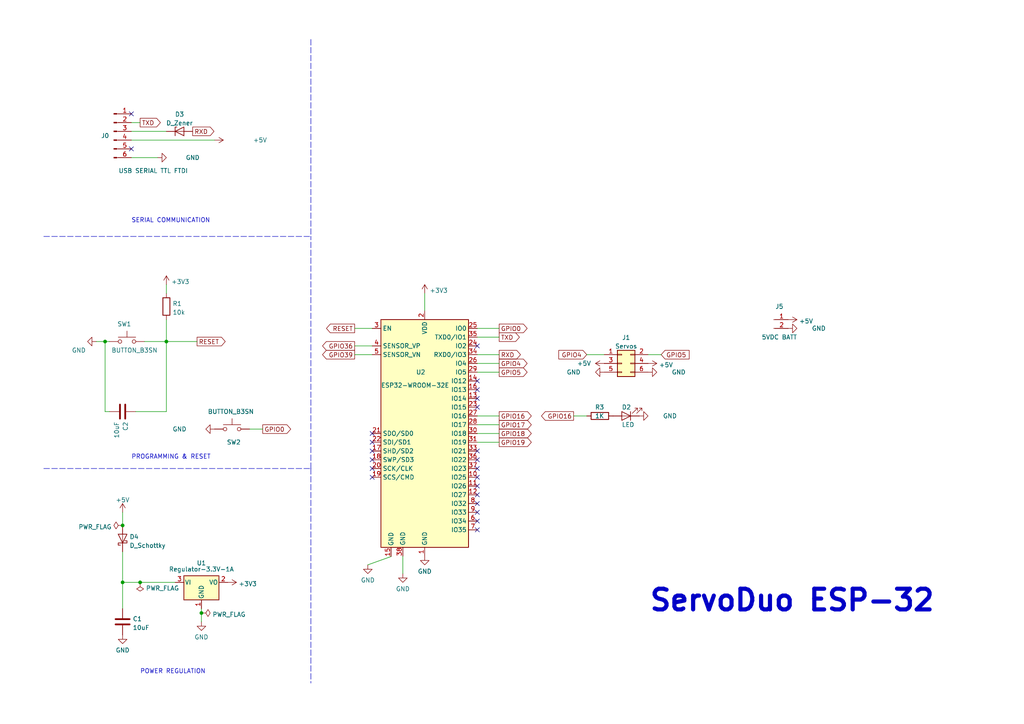
<source format=kicad_sch>
(kicad_sch (version 20211123) (generator eeschema)
  (paper "A4")
  (title_block (title "ServoDuo by MTek") (date "2022-04-24") (rev "0") (company "Giant Squid Technologies"))
  (lib_symbols
    (symbol "Fab:Conn_PinHeader_1x02_P2.54mm_Horizontal_SMD" (pin_names (offset 1.016))
      (property "Reference" "J" (at 0 2.54 0))
      (property "Value" "Conn_PinHeader_1x02_P2.54mm_Horizontal_SMD" (at 0 -5.08 0))
      (symbol "Conn_PinHeader_1x02_P2.54mm_Horizontal_SMD_1_1"
        (polyline (pts (xy 1.27 -2.54) (xy 0.8636 -2.54)) (stroke (width 0.1524)))
        (polyline (pts (xy 1.27 0) (xy 0.8636 0)) (stroke (width 0.1524)))
        (pin passive line (at 5.08 0 180) (length 3.81) (name "~") (number "1"))
        (pin passive line (at 5.08 -2.54 180) (length 3.81) (name "~") (number "2"))
      )
    )
    (symbol "Fab:Conn_PinHeader_2x03_P2.54mm_Vertical_SMD" (pin_names (offset 1.016) hide)
      (property "Reference" "J" (at 1.27 5.08 0))
      (property "Value" "Conn_PinHeader_2x03_P2.54mm_Vertical_SMD" (at 1.27 -5.08 0))
      (symbol "Conn_PinHeader_2x03_P2.54mm_Vertical_SMD_1_1"
        (rectangle (start -1.27 -2.413) (end 0 -2.667) (stroke (width 0.1524)))
        (rectangle (start -1.27 0.127) (end 0 -0.127) (stroke (width 0.1524)))
        (rectangle (start -1.27 2.667) (end 0 2.413) (stroke (width 0.1524)))
        (rectangle (start -1.27 3.81) (end 3.81 -3.81) (stroke (width 0.254)) (fill (type background)))
        (rectangle (start 3.81 -2.413) (end 2.54 -2.667) (stroke (width 0.1524)))
        (rectangle (start 3.81 0.127) (end 2.54 -0.127) (stroke (width 0.1524)))
        (rectangle (start 3.81 2.667) (end 2.54 2.413) (stroke (width 0.1524)))
        (pin passive line (at -5.08 2.54 0) (length 3.81) (name "Pin_1") (number "1"))
        (pin passive line (at 7.62 2.54 180) (length 3.81) (name "Pin_2") (number "2"))
        (pin passive line (at -5.08 0 0) (length 3.81) (name "Pin_3") (number "3"))
        (pin passive line (at 7.62 0 180) (length 3.81) (name "Pin_4") (number "4"))
        (pin passive line (at -5.08 -2.54 0) (length 3.81) (name "Pin_5") (number "5"))
        (pin passive line (at 7.62 -2.54 180) (length 3.81) (name "Pin_6") (number "6"))
      )
    )
    (symbol "fab:BUTTON_B3SN" (pin_numbers hide) (pin_names (offset 1.016) hide)
      (property "Reference" "SW" (at 1.27 2.54 0))
      (property "Value" "BUTTON_B3SN" (at 0 -1.524 0))
      (symbol "BUTTON_B3SN_0_1"
        (circle (center -2.032 0) (radius 0.508))
        (polyline (pts (xy 0 1.27) (xy 0 3.048)))
        (polyline (pts (xy 2.54 1.27) (xy -2.54 1.27)))
        (circle (center 2.032 0) (radius 0.508))
        (pin passive line (at -5.08 0 0) (length 2.54) (name "1") (number "1"))
        (pin passive line (at 5.08 0 180) (length 2.54) (name "2") (number "2"))
      )
    )
    (symbol "fab:C" (pin_numbers hide) (pin_names (offset 0.254))
      (property "Reference" "C" (at 0.635 2.54 0))
      (property "Value" "C" (at 0.635 -2.54 0))
      (symbol "C_0_1"
        (polyline (pts (xy -2.032 -0.762) (xy 2.032 -0.762)) (stroke (width 0.508)))
        (polyline (pts (xy -2.032 0.762) (xy 2.032 0.762)) (stroke (width 0.508)))
      )
      (symbol "C_1_1"
        (pin passive line (at 0 3.81 270) (length 2.794) (name "~") (number "1"))
        (pin passive line (at 0 -3.81 90) (length 2.794) (name "~") (number "2"))
      )
    )
    (symbol "fab:Conn_PinHeader_1x06_P2.54mm_Horizontal_SMD" (pin_names (offset 1.016) hide)
      (property "Reference" "J" (at 0 7.62 0))
      (property "Value" "Conn_PinHeader_1x06_P2.54mm_Horizontal_SMD" (at 0 -10.16 0))
      (symbol "Conn_PinHeader_1x06_P2.54mm_Horizontal_SMD_1_1"
        (polyline (pts (xy 1.27 -7.62) (xy 0.8636 -7.62)) (stroke (width 0.1524)))
        (polyline (pts (xy 1.27 -5.08) (xy 0.8636 -5.08)) (stroke (width 0.1524)))
        (polyline (pts (xy 1.27 -2.54) (xy 0.8636 -2.54)) (stroke (width 0.1524)))
        (polyline (pts (xy 1.27 0) (xy 0.8636 0)) (stroke (width 0.1524)))
        (polyline (pts (xy 1.27 2.54) (xy 0.8636 2.54)) (stroke (width 0.1524)))
        (polyline (pts (xy 1.27 5.08) (xy 0.8636 5.08)) (stroke (width 0.1524)))
        (rectangle (start 0.8636 -7.493) (end 0 -7.747) (stroke (width 0.1524)) (fill (type outline)))
        (rectangle (start 0.8636 -4.953) (end 0 -5.207) (stroke (width 0.1524)) (fill (type outline)))
        (rectangle (start 0.8636 -2.413) (end 0 -2.667) (stroke (width 0.1524)) (fill (type outline)))
        (rectangle (start 0.8636 0.127) (end 0 -0.127) (stroke (width 0.1524)) (fill (type outline)))
        (rectangle (start 0.8636 2.667) (end 0 2.413) (stroke (width 0.1524)) (fill (type outline)))
        (rectangle (start 0.8636 5.207) (end 0 4.953) (stroke (width 0.1524)) (fill (type outline)))
        (pin passive line (at 5.08 5.08 180) (length 3.81) (name "Pin_1") (number "1"))
        (pin passive line (at 5.08 2.54 180) (length 3.81) (name "Pin_2") (number "2"))
        (pin passive line (at 5.08 0 180) (length 3.81) (name "Pin_3") (number "3"))
        (pin passive line (at 5.08 -2.54 180) (length 3.81) (name "Pin_4") (number "4"))
        (pin passive line (at 5.08 -5.08 180) (length 3.81) (name "Pin_5") (number "5"))
        (pin passive line (at 5.08 -7.62 180) (length 3.81) (name "Pin_6") (number "6"))
      )
    )
    (symbol "fab:D_Schottky" (pin_numbers hide) (pin_names (offset 1.016) hide)
      (property "Reference" "D" (at 0 2.54 0))
      (property "Value" "D_Schottky" (at 0 -2.54 0))
      (symbol "D_Schottky_0_1"
        (polyline (pts (xy 1.27 0) (xy -1.27 0)))
        (polyline (pts (xy 1.27 1.27) (xy 1.27 -1.27) (xy -1.27 0) (xy 1.27 1.27)) (stroke (width 0.2032)))
        (polyline (pts (xy -1.905 0.635) (xy -1.905 1.27) (xy -1.27 1.27) (xy -1.27 -1.27) (xy -0.635 -1.27) (xy -0.635 -0.635)) (stroke (width 0.2032)))
      )
      (symbol "D_Schottky_1_1"
        (pin passive line (at -3.81 0 0) (length 2.54) (name "K") (number "1"))
        (pin passive line (at 3.81 0 180) (length 2.54) (name "A") (number "2"))
      )
    )
    (symbol "fab:D_Zener" (pin_numbers hide) (pin_names (offset 1.016) hide)
      (property "Reference" "D" (at 0 2.54 0))
      (property "Value" "D_Zener" (at 0 -2.54 0))
      (symbol "D_Zener_0_1"
        (polyline (pts (xy 1.27 0) (xy -1.27 0)))
        (polyline (pts (xy -1.27 -1.27) (xy -1.27 1.27) (xy -0.762 1.27)) (stroke (width 0.2032)))
        (polyline (pts (xy 1.27 -1.27) (xy 1.27 1.27) (xy -1.27 0) (xy 1.27 -1.27)) (stroke (width 0.2032)))
      )
      (symbol "D_Zener_1_1"
        (pin passive line (at -3.81 0 0) (length 2.54) (name "K") (number "1"))
        (pin passive line (at 3.81 0 180) (length 2.54) (name "A") (number "2"))
      )
    )
    (symbol "fab:LED" (pin_numbers hide) (pin_names (offset 1.016) hide)
      (property "Reference" "D" (at 0 2.54 0))
      (property "Value" "LED" (at 0 -2.54 0))
      (symbol "LED_0_1"
        (polyline (pts (xy -1.27 -1.27) (xy -1.27 1.27)) (stroke (width 0.2032)))
        (polyline (pts (xy -1.27 0) (xy 1.27 0)))
        (polyline (pts (xy 1.27 -1.27) (xy 1.27 1.27) (xy -1.27 0) (xy 1.27 -1.27)) (stroke (width 0.2032)))
        (polyline (pts (xy -3.048 -0.762) (xy -4.572 -2.286) (xy -3.81 -2.286) (xy -4.572 -2.286) (xy -4.572 -1.524)))
        (polyline (pts (xy -1.778 -0.762) (xy -3.302 -2.286) (xy -2.54 -2.286) (xy -3.302 -2.286) (xy -3.302 -1.524)))
      )
      (symbol "LED_1_1"
        (pin passive line (at -3.81 0 0) (length 2.54) (name "K") (number "1"))
        (pin passive line (at 3.81 0 180) (length 2.54) (name "A") (number "2"))
      )
    )
    (symbol "fab:Power_+3V3" (power) (pin_names (offset 0))
      (property "Value" "Power_+3V3" (at 0 3.556 0))
      (symbol "Power_+3V3_0_1"
        (polyline (pts (xy -0.762 1.27) (xy 0 2.54)))
        (polyline (pts (xy 0 0) (xy 0 2.54)))
        (polyline (pts (xy 0 2.54) (xy 0.762 1.27)))
      )
      (symbol "Power_+3V3_1_1"
        (pin power_in line (at 0 0 90) (length 0) hide (name "+3V3") (number "1"))
      )
    )
    (symbol "fab:Power_+5V" (power) (pin_names (offset 0))
      (property "Value" "Power_+5V" (at 0 3.556 0))
      (symbol "Power_+5V_0_1"
        (polyline (pts (xy -0.762 1.27) (xy 0 2.54)))
        (polyline (pts (xy 0 0) (xy 0 2.54)))
        (polyline (pts (xy 0 2.54) (xy 0.762 1.27)))
      )
      (symbol "Power_+5V_1_1"
        (pin power_in line (at 0 0 90) (length 0) hide (name "+5V") (number "1"))
      )
    )
    (symbol "fab:Power_GND" (power) (pin_names (offset 0))
      (property "Value" "Power_GND" (at 0 -3.81 0))
      (symbol "Power_GND_0_1"
        (polyline (pts (xy 0 0) (xy 0 -1.27) (xy 1.27 -1.27) (xy 0 -2.54) (xy -1.27 -1.27) (xy 0 -1.27)))
      )
      (symbol "Power_GND_1_1"
        (pin power_in line (at 0 0 270) (length 0) hide (name "GND") (number "1"))
      )
    )
    (symbol "fab:R" (pin_numbers hide) (pin_names (offset 0))
      (property "Reference" "R" (at 2.032 0 90))
      (property "Value" "R" (at 0 0 90))
      (symbol "R_0_1"
        (rectangle (start -1.016 -2.54) (end 1.016 2.54) (stroke (width 0.254)))
      )
      (symbol "R_1_1"
        (pin passive line (at 0 3.81 270) (length 1.27) (name "~") (number "1"))
        (pin passive line (at 0 -3.81 90) (length 1.27) (name "~") (number "2"))
      )
    )
    (symbol "fab:Radio_ESP32-WROOM-32E"
      (property "Reference" "U2" (at 2.0194 36.7198 0))
      (property "Value" "ESP32-WROOM-32E" (at 2.0194 34.1829 0))
      (symbol "Radio_ESP32-WROOM-32E_0_1"
        (rectangle (start -12.7 33.02) (end 12.7 -33.02) (stroke (width 0.254)) (fill (type background)))
      )
      (symbol "Radio_ESP32-WROOM-32E_1_1"
        (pin power_in line (at 0 -35.56 90) (length 2.54) (name "GND") (number "1"))
        (pin bidirectional line (at 15.24 -12.7 180) (length 2.54) (name "IO25") (number "10"))
        (pin bidirectional line (at 15.24 -15.24 180) (length 2.54) (name "IO26") (number "11"))
        (pin bidirectional line (at 15.24 -17.78 180) (length 2.54) (name "IO27") (number "12"))
        (pin bidirectional line (at 15.24 10.16 180) (length 2.54) (name "IO14") (number "13"))
        (pin bidirectional line (at 15.24 15.24 180) (length 2.54) (name "IO12") (number "14"))
        (pin power_in line (at -9.779 -35.687 90) (length 2.54) (name "GND") (number "15"))
        (pin bidirectional line (at 15.24 12.7 180) (length 2.54) (name "IO13") (number "16"))
        (pin bidirectional line (at -15.24 -5.08 0) (length 2.54) (name "SHD/SD2") (number "17"))
        (pin bidirectional line (at -15.24 -7.62 0) (length 2.54) (name "SWP/SD3") (number "18"))
        (pin bidirectional line (at -15.24 -12.7 0) (length 2.54) (name "SCS/CMD") (number "19"))
        (pin power_in line (at 0 35.56 270) (length 2.54) (name "VDD") (number "2"))
        (pin bidirectional line (at -15.24 -10.16 0) (length 2.54) (name "SCK/CLK") (number "20"))
        (pin bidirectional line (at -15.24 0 0) (length 2.54) (name "SDO/SD0") (number "21"))
        (pin bidirectional line (at -15.24 -2.54 0) (length 2.54) (name "SDI/SD1") (number "22"))
        (pin bidirectional line (at 15.24 7.62 180) (length 2.54) (name "IO15") (number "23"))
        (pin bidirectional line (at 15.24 25.4 180) (length 2.54) (name "IO2") (number "24"))
        (pin bidirectional line (at 15.24 30.48 180) (length 2.54) (name "IO0") (number "25"))
        (pin bidirectional line (at 15.24 20.32 180) (length 2.54) (name "IO4") (number "26"))
        (pin bidirectional line (at 15.24 5.08 180) (length 2.54) (name "IO16") (number "27"))
        (pin bidirectional line (at 15.24 2.54 180) (length 2.54) (name "IO17") (number "28"))
        (pin bidirectional line (at 15.24 17.78 180) (length 2.54) (name "IO5") (number "29"))
        (pin input line (at -15.24 30.48 0) (length 2.54) (name "EN") (number "3"))
        (pin bidirectional line (at 15.24 0 180) (length 2.54) (name "IO18") (number "30"))
        (pin bidirectional line (at 15.24 -2.54 180) (length 2.54) (name "IO19") (number "31"))
        (pin no_connect line (at -15.367 -27.051 0) (length 2.54) hide (name "NC") (number "32"))
        (pin bidirectional line (at 15.24 -5.08 180) (length 2.54) (name "IO21") (number "33"))
        (pin bidirectional line (at 15.24 22.86 180) (length 2.54) (name "RXD0/IO3") (number "34"))
        (pin bidirectional line (at 15.24 27.94 180) (length 2.54) (name "TXD0/IO1") (number "35"))
        (pin bidirectional line (at 15.24 -7.62 180) (length 2.54) (name "IO22") (number "36"))
        (pin bidirectional line (at 15.24 -10.16 180) (length 2.54) (name "IO23") (number "37"))
        (pin power_in line (at -6.35 -35.56 90) (length 2.54) (name "GND") (number "38"))
        (pin no_connect line (at -3.302 -35.56 90) (length 2.54) hide (name "GND") (number "39"))
        (pin input line (at -15.24 25.4 0) (length 2.54) (name "SENSOR_VP") (number "4"))
        (pin input line (at -15.24 22.86 0) (length 2.54) (name "SENSOR_VN") (number "5"))
        (pin input line (at 15.24 -25.4 180) (length 2.54) (name "IO34") (number "6"))
        (pin input line (at 15.24 -27.94 180) (length 2.54) (name "IO35") (number "7"))
        (pin bidirectional line (at 15.24 -20.32 180) (length 2.54) (name "IO32") (number "8"))
        (pin bidirectional line (at 15.24 -22.86 180) (length 2.54) (name "IO33") (number "9"))
      )
    )
    (symbol "fab:Regulator_Linear_ZLDO1117-3.3V-1A" (pin_names (offset 0.254))
      (property "Reference" "U" (at -3.81 3.175 0))
      (property "Value" "Regulator_Linear_ZLDO1117-3.3V-1A" (at 0 3.175 0))
      (symbol "Regulator_Linear_ZLDO1117-3.3V-1A_0_1"
        (rectangle (start -5.08 -5.08) (end 5.08 1.905) (stroke (width 0.254)) (fill (type background)))
      )
      (symbol "Regulator_Linear_ZLDO1117-3.3V-1A_1_1"
        (pin power_in line (at 0 -7.62 90) (length 2.54) (name "GND") (number "1"))
        (pin power_out line (at 7.62 0 180) (length 2.54) (name "VO") (number "2"))
        (pin power_in line (at -7.62 0 0) (length 2.54) (name "VI") (number "3"))
      )
    )
    (symbol "power:PWR_FLAG" (power) (pin_numbers hide) (pin_names (offset 0) hide)
      (property "Value" "PWR_FLAG" (at 0 3.81 0))
      (symbol "PWR_FLAG_0_0"
        (pin power_out line (at 0 0 90) (length 0) (name "pwr") (number "1"))
      )
      (symbol "PWR_FLAG_0_1"
        (polyline (pts (xy 0 0) (xy 0 1.27) (xy -1.016 1.905) (xy 0 2.54) (xy 1.016 1.905) (xy 0 1.27)))
      )
    )
  )
  (junction (at 40.64 168.91))
  (junction (at 35.56 168.91))
  (junction (at 48.26 99.06))
  (junction (at 58.42 177.8))
  (junction (at 35.56 152.4))
  (junction (at 30.48 99.06))
  (no_connect (at 138.43 100.33))
  (no_connect (at 138.43 110.49))
  (no_connect (at 138.43 115.57))
  (no_connect (at 138.43 118.11))
  (no_connect (at 138.43 130.81))
  (no_connect (at 138.43 133.35))
  (no_connect (at 138.43 140.97))
  (no_connect (at 138.43 138.43))
  (no_connect (at 107.95 128.27))
  (no_connect (at 107.95 133.35))
  (no_connect (at 107.95 138.43))
  (no_connect (at 107.95 135.89))
  (no_connect (at 107.95 130.81))
  (no_connect (at 138.43 143.51))
  (no_connect (at 107.95 125.73))
  (no_connect (at 138.43 113.03))
  (no_connect (at 138.43 135.89))
  (no_connect (at 138.43 146.05))
  (no_connect (at 138.43 148.59))
  (no_connect (at 138.43 153.67))
  (no_connect (at 38.1 33.02))
  (no_connect (at 38.1 43.18))
  (no_connect (at 138.43 151.13))
  (polyline (pts (xy 90.17 135.89) (xy 90.17 68.58)))
  (wire (pts (xy 48.26 82.55) (xy 48.26 85.09)))
  (wire (pts (xy 138.43 125.73) (xy 144.78 125.73)))
  (wire (pts (xy 166.37 120.65) (xy 170.18 120.65)))
  (wire (pts (xy 138.43 97.79) (xy 144.78 97.79)))
  (wire (pts (xy 123.19 85.09) (xy 123.19 90.17)))
  (polyline (pts (xy 12.7 68.58) (xy 90.17 68.58)))
  (wire (pts (xy 38.1 38.1) (xy 48.26 38.1)))
  (wire (pts (xy 30.48 99.06) (xy 31.75 99.06)))
  (polyline (pts (xy 90.17 11.43) (xy 90.17 68.58)))
  (wire (pts (xy 170.18 102.87) (xy 175.26 102.87)))
  (wire (pts (xy 30.48 99.06) (xy 30.48 119.38)))
  (wire (pts (xy 35.56 148.59) (xy 35.56 152.4)))
  (wire (pts (xy 38.1 45.72) (xy 45.72 45.72)))
  (wire (pts (xy 138.43 105.41) (xy 144.78 105.41)))
  (wire (pts (xy 138.43 123.19) (xy 144.78 123.19)))
  (wire (pts (xy 138.43 102.87) (xy 144.78 102.87)))
  (wire (pts (xy 138.43 95.25) (xy 144.78 95.25)))
  (wire (pts (xy 58.42 177.8) (xy 58.42 176.53)))
  (wire (pts (xy 106.68 163.83) (xy 113.411 161.417)))
  (polyline (pts (xy 12.7 135.89) (xy 90.17 135.89)))
  (wire (pts (xy 116.84 166.37) (xy 116.84 161.29)))
  (wire (pts (xy 31.75 119.38) (xy 30.48 119.38)))
  (wire (pts (xy 48.26 99.06) (xy 48.26 119.38)))
  (wire (pts (xy 38.1 40.64) (xy 62.23 40.64)))
  (wire (pts (xy 191.77 102.87) (xy 187.96 102.87)))
  (wire (pts (xy 102.87 102.87) (xy 107.95 102.87)))
  (wire (pts (xy 102.87 100.33) (xy 107.95 100.33)))
  (wire (pts (xy 27.94 99.06) (xy 30.48 99.06)))
  (wire (pts (xy 48.26 92.71) (xy 48.26 99.06)))
  (wire (pts (xy 48.26 99.06) (xy 41.91 99.06)))
  (wire (pts (xy 38.1 35.56) (xy 40.64 35.56)))
  (wire (pts (xy 58.42 180.34) (xy 58.42 177.8)))
  (wire (pts (xy 40.64 168.91) (xy 50.8 168.91)))
  (wire (pts (xy 102.87 95.25) (xy 107.95 95.25)))
  (wire (pts (xy 35.56 168.91) (xy 40.64 168.91)))
  (wire (pts (xy 35.56 160.02) (xy 35.56 168.91)))
  (wire (pts (xy 48.26 99.06) (xy 57.15 99.06)))
  (wire (pts (xy 76.2 124.46) (xy 72.39 124.46)))
  (wire (pts (xy 138.43 120.65) (xy 144.78 120.65)))
  (polyline (pts (xy 90.17 135.89) (xy 90.17 198.12)))
  (wire (pts (xy 35.56 168.91) (xy 35.56 176.53)))
  (wire (pts (xy 138.43 107.95) (xy 144.78 107.95)))
  (wire (pts (xy 48.26 119.38) (xy 39.37 119.38)))
  (wire (pts (xy 138.43 128.27) (xy 144.78 128.27)))
  (text "SERIAL COMMUNICATION" (at 38.1 64.77 0) (effects (font (size 1.27 1.27)) (justify left bottom)))
  (text "POWER REGULATION" (at 40.64 195.58 0) (effects (font (size 1.27 1.27)) (justify left bottom)))
  (text "ServoDuo ESP-32" (at 187.96 177.8 0) (effects (font (size 6 6) (thickness 1.2) bold) (justify left bottom)))
  (text "PROGRAMMING & RESET" (at 38.1 133.35 0) (effects (font (size 1.27 1.27)) (justify left bottom)))
  (global_label "GPIO19" (shape output) (at 144.78 128.27 0) (property "Intersheet References" "${INTERSHEET_REFS}" (effects hide)))
  (global_label "GPIO4" (shape input) (at 170.18 102.87 180) (property "Intersheet References" "${INTERSHEET_REFS}" (effects hide)))
  (global_label "TXD" (shape output) (at 144.78 97.79 0) (property "Intersheet References" "${INTERSHEET_REFS}" (effects hide)))
  (global_label "RXD" (shape output) (at 144.78 102.87 0) (property "Intersheet References" "${INTERSHEET_REFS}" (effects hide)))
  (global_label "GPIO4" (shape output) (at 144.78 105.41 0) (property "Intersheet References" "${INTERSHEET_REFS}" (effects hide)))
  (global_label "GPIO16" (shape output) (at 144.78 120.65 0) (property "Intersheet References" "${INTERSHEET_REFS}" (effects hide)))
  (global_label "GPIO0" (shape output) (at 76.2 124.46 0) (property "Intersheet References" "${INTERSHEET_REFS}" (effects hide)))
  (global_label "TXD" (shape output) (at 40.64 35.56 0) (property "Intersheet References" "${INTERSHEET_REFS}" (effects hide)))
  (global_label "GPIO5" (shape input) (at 191.77 102.87 0) (property "Intersheet References" "${INTERSHEET_REFS}" (effects hide)))
  (global_label "GPIO0" (shape output) (at 144.78 95.25 0) (property "Intersheet References" "${INTERSHEET_REFS}" (effects hide)))
  (global_label "RESET" (shape output) (at 57.15 99.06 0) (property "Intersheet References" "${INTERSHEET_REFS}" (effects hide)))
  (global_label "GPIO16" (shape output) (at 166.37 120.65 180) (property "Intersheet References" "${INTERSHEET_REFS}" (effects hide)))
  (global_label "RXD" (shape output) (at 55.88 38.1 0) (property "Intersheet References" "${INTERSHEET_REFS}" (effects hide)))
  (global_label "RESET" (shape output) (at 102.87 95.25 180) (property "Intersheet References" "${INTERSHEET_REFS}" (effects hide)))
  (global_label "GPIO18" (shape output) (at 144.78 125.73 0) (property "Intersheet References" "${INTERSHEET_REFS}" (effects hide)))
  (global_label "GPIO36" (shape output) (at 102.87 100.33 180) (property "Intersheet References" "${INTERSHEET_REFS}" (effects hide)))
  (global_label "GPIO17" (shape output) (at 144.78 123.19 0) (property "Intersheet References" "${INTERSHEET_REFS}" (effects hide)))
  (global_label "GPIO5" (shape output) (at 144.78 107.95 0) (property "Intersheet References" "${INTERSHEET_REFS}" (effects hide)))
  (global_label "GPIO39" (shape output) (at 102.87 102.87 180) (property "Intersheet References" "${INTERSHEET_REFS}" (effects hide)))
  (symbol (lib_id "fab:Power_GND") (at 185.42 120.65 90) (unit 1)
    (property "Reference" "#PWR0104" (effects hide))
    (property "Value" "Power_GND" (at 194.31 120.65 90))
  )
  (symbol (lib_id "fab:Power_GND") (at 27.94 99.06 270) (unit 1)
    (property "Reference" "#PWR0113" (effects hide))
    (property "Value" "Power_GND" (at 22.86 101.6 90))
  )
  (symbol (lib_id "fab:Power_+3V3") (at 66.04 168.91 270) (unit 1)
    (property "Reference" "#PWR0119" (effects hide))
    (property "Value" "Power_+3V3" (at 69.215 169.3438 90) (effects (justify left)))
  )
  (symbol (lib_id "fab:Power_GND") (at 123.19 161.29 0) (unit 1)
    (property "Reference" "#PWR0109" (effects hide))
    (property "Value" "Power_GND" (at 123.19 165.7334 0))
  )
  (symbol (lib_id "fab:Power_GND") (at 116.84 166.37 0) (unit 1)
    (property "Reference" "#PWR0105" (effects hide))
    (property "Value" "Power_GND" (at 116.84 170.8134 0))
  )
  (symbol (lib_id "fab:BUTTON_B3SN") (at 67.31 124.46 0) (unit 1)
    (property "Reference" "SW2" (at 69.85 128.27 0) (effects (justify right)))
    (property "Value" "BUTTON_B3SN" (at 73.66 119.38 0) (effects (justify right)))
    (property "Footprint" "fab:Button_Omron_B3SN_6x6mm" (effects hide))
    (property "Datasheet" "https://omronfs.omron.com/en_US/ecb/products/pdf/en-b3sn.pdf" (effects hide))
  )
  (symbol (lib_id "fab:R") (at 173.99 120.65 90) (unit 1)
    (property "Reference" "R3" (at 175.26 118.11 90) (effects (justify left)))
    (property "Value" "1K" (at 175.26 120.65 90) (effects (justify left)))
    (property "Footprint" "fab:R_1206" (effects hide))
  )
  (symbol (lib_id "fab:D_Zener") (at 52.07 38.1 0) (unit 1)
    (property "Reference" "D3" (at 52.07 33.1556 0))
    (property "Value" "D_Zener" (at 52.07 35.6925 0))
    (property "Footprint" "fab:SOD-123" (effects hide))
  )
  (symbol (lib_id "fab:Power_GND") (at 45.72 45.72 90) (unit 1)
    (property "Reference" "#PWR0101" (effects hide))
    (property "Value" "Power_GND" (at 55.88 45.72 90))
  )
  (symbol (lib_id "fab:C") (at 35.56 180.34 0) (unit 1)
    (property "Reference" "C1" (at 38.481 179.5053 0) (effects (justify left)))
    (property "Value" "10uF" (at 38.481 182.0422 0) (effects (justify left)))
    (property "Footprint" "fab:C_1206" (effects hide))
  )
  (symbol (lib_id "fab:Power_GND") (at 62.23 124.46 270) (unit 1)
    (property "Reference" "#PWR0118" (effects hide))
    (property "Value" "Power_GND" (at 52.07 124.46 90))
  )
  (symbol (lib_id "power:PWR_FLAG") (at 35.56 152.4 90) (unit 1)
    (property "Reference" "#FLG0101" (effects hide))
    (property "Value" "PWR_FLAG" (at 32.3851 152.8338 90) (effects (justify left)))
  )
  (symbol (lib_id "fab:Power_+5V") (at 187.96 105.41 270) (unit 1)
    (property "Reference" "#PWR0111" (effects hide))
    (property "Value" "Power_+5V" (at 191.135 105.8438 90) (effects (justify left)))
  )
  (symbol (lib_id "fab:Power_GND") (at 106.68 163.83 0) (unit 1)
    (property "Reference" "#PWR0106" (effects hide))
    (property "Value" "Power_GND" (at 106.68 168.2734 0))
  )
  (symbol (lib_id "fab:Power_GND") (at 175.26 107.95 270) (unit 1)
    (property "Reference" "#PWR0103" (effects hide))
    (property "Value" "Power_GND" (at 166.37 107.95 90))
  )
  (symbol (lib_id "Fab:Conn_PinHeader_2x03_P2.54mm_Vertical_SMD") (at 180.34 105.41 0) (unit 1)
    (property "Reference" "J1" (at 181.61 97.9002 0))
    (property "Value" "Servos" (at 181.61 100.4371 0))
    (property "Footprint" "fab:PinHeader_2x03_P2.54mm_Vertical_SMD" (effects hide))
    (property "Datasheet" "https://cdn.amphenol-icc.com/media/wysiwyg/files/drawing/95278.pdf" (effects hide))
  )
  (symbol (lib_id "power:PWR_FLAG") (at 40.64 168.91 180) (unit 1)
    (property "Reference" "#FLG0103" (effects hide))
    (property "Value" "PWR_FLAG" (at 42.291 170.6138 0) (effects (justify right)))
  )
  (symbol (lib_id "fab:Power_+3V3") (at 48.26 82.55 0) (unit 1)
    (property "Reference" "#PWR0115" (effects hide))
    (property "Value" "Power_+3V3" (at 49.657 81.7138 0) (effects (justify left)))
  )
  (symbol (lib_id "fab:LED") (at 181.61 120.65 180) (unit 1)
    (property "Reference" "D2" (at 180.34 118.11 0) (effects (justify right)))
    (property "Value" "LED" (at 180.34 123.19 0) (effects (justify right)))
    (property "Footprint" "fab:LED_1206" (effects hide))
    (property "Datasheet" "https://optoelectronics.liteon.com/upload/download/DS-22-98-0002/LTST-C150CKT.pdf" (effects hide))
  )
  (symbol (lib_id "fab:BUTTON_B3SN") (at 36.83 99.06 0) (unit 1)
    (property "Reference" "SW1" (at 38.1 93.98 0) (effects (justify right)))
    (property "Value" "BUTTON_B3SN" (at 45.72 101.6 0) (effects (justify right)))
    (property "Footprint" "fab:Button_Omron_B3SN_6x6mm" (effects hide))
    (property "Datasheet" "https://omronfs.omron.com/en_US/ecb/products/pdf/en-b3sn.pdf" (effects hide))
  )
  (symbol (lib_id "fab:Power_GND") (at 228.6 95.25 90) (unit 1)
    (property "Reference" "#PWR0114" (effects hide))
    (property "Value" "Power_GND" (at 237.49 95.25 90))
  )
  (symbol (lib_id "fab:Power_GND") (at 187.96 107.95 90) (unit 1)
    (property "Reference" "#PWR0108" (effects hide))
    (property "Value" "Power_GND" (at 196.85 107.95 90))
  )
  (symbol (lib_id "fab:D_Schottky") (at 35.56 156.21 90) (unit 1)
    (property "Reference" "D4" (at 37.5666 155.6928 90) (effects (justify right)))
    (property "Value" "D_Schottky" (at 37.5666 158.2297 90) (effects (justify right)))
    (property "Footprint" "fab:SOD-123" (effects hide))
    (property "Datasheet" "https://www.st.com/content/ccc/resource/technical/document/datasheet/c6/32/d4/4a/28/d3/4b/11/CD00004930.pdf/files/CD00004930.pdf/jcr:content/translations/en.CD00004930.pdf" (effects hide))
  )
  (symbol (lib_id "fab:Conn_PinHeader_1x06_P2.54mm_Horizontal_SMD") (at 33.02 38.1 0) (unit 1)
    (property "Reference" "J0" (at 30.48 39.37 0))
    (property "Value" "USB SERIAL TTL FTDI" (at 44.45 49.53 0))
    (property "Footprint" "fab:PinHeader_1x06_P2.54mm_Horizontal_SMD" (effects hide))
  )
  (symbol (lib_id "power:PWR_FLAG") (at 58.42 177.8 270) (unit 1)
    (property "Reference" "#FLG0102" (effects hide))
    (property "Value" "PWR_FLAG" (at 61.595 178.2338 90) (effects (justify left)))
  )
  (symbol (lib_id "fab:Power_GND") (at 58.42 180.34 0) (unit 1)
    (property "Reference" "#PWR0120" (effects hide))
    (property "Value" "Power_GND" (at 58.42 184.7834 0))
  )
  (symbol (lib_id "fab:Regulator_Linear_ZLDO1117-3.3V-1A") (at 58.42 168.91 0) (unit 1)
    (property "Reference" "U1" (at 58.42 163.3052 0))
    (property "Value" "Regulator-3.3V-1A" (at 58.42 165.1 0))
    (property "Footprint" "fab:SOT-223-3_TabPin2" (effects hide))
    (property "Datasheet" "http://www.diodes.com/datasheets/AP1117.pdf" (effects hide))
  )
  (symbol (lib_id "fab:C") (at 35.56 119.38 270) (unit 1)
    (property "Reference" "C2" (at 36.3947 122.301 0) (effects (justify left)))
    (property "Value" "10uF" (at 33.8578 122.301 0) (effects (justify left)))
    (property "Footprint" "fab:C_1206" (effects hide))
  )
  (symbol (lib_id "fab:Power_+5V") (at 228.6 92.71 270) (unit 1)
    (property "Reference" "#PWR0112" (effects hide))
    (property "Value" "Power_+5V" (at 231.775 93.1438 90) (effects (justify left)))
  )
  (symbol (lib_id "fab:Power_GND") (at 35.56 184.15 0) (unit 1)
    (property "Reference" "#PWR0116" (effects hide))
    (property "Value" "Power_GND" (at 35.56 188.5934 0))
  )
  (symbol (lib_id "fab:R") (at 48.26 88.9 0) (unit 1)
    (property "Reference" "R1" (at 50.038 88.0653 0) (effects (justify left)))
    (property "Value" "10k" (at 50.038 90.6022 0) (effects (justify left)))
    (property "Footprint" "fab:R_1206" (effects hide))
  )
  (symbol (lib_id "fab:Power_+3V3") (at 123.19 85.09 0) (unit 1)
    (property "Reference" "#PWR0107" (effects hide))
    (property "Value" "Power_+3V3" (at 124.587 84.2538 0) (effects (justify left)))
  )
  (symbol (lib_id "fab:Power_+5V") (at 35.56 148.59 0) (unit 1)
    (property "Reference" "#PWR0117" (effects hide))
    (property "Value" "Power_+5V" (at 35.56 145.0142 0))
  )
  (symbol (lib_id "fab:Power_+5V") (at 175.26 105.41 90) (unit 1)
    (property "Reference" "#PWR0110" (effects hide))
    (property "Value" "Power_+5V" (at 171.45 105.41 90) (effects (justify left)))
  )
  (symbol (lib_id "fab:Radio_ESP32-WROOM-32E") (at 123.19 125.73 0) (unit 1)
    (property "Reference" "U2" (at 120.65 107.95 0) (effects (justify left)))
    (property "Value" "ESP32-WROOM-32E" (at 110.49 111.76 0) (effects (justify left)))
    (property "Footprint" "fab:ESP32-WROOM-32E" (effects hide))
    (property "Datasheet" "https://www.espressif.com/sites/default/files/documentation/esp32-wroom-32e_esp32-wroom-32ue_datasheet_en.pdf" (effects hide))
  )
  (symbol (lib_id "Fab:Conn_PinHeader_1x02_P2.54mm_Horizontal_SMD") (at 223.52 92.71 0) (unit 1)
    (property "Reference" "J5" (at 226.06 88.9 0))
    (property "Value" "5VDC BATT" (at 226.06 97.79 0))
    (property "Footprint" "fab:PinHeader_UPDI_01x02_P2.54mm_Horizontal_SMD" (effects hide))
  )
  (symbol (lib_id "fab:Power_+5V") (at 62.23 40.64 270) (unit 1)
    (property "Reference" "#PWR0102" (effects hide))
    (property "Value" "Power_+5V" (at 77.47 40.64 90) (effects (justify right)))
  )
)
</source>
